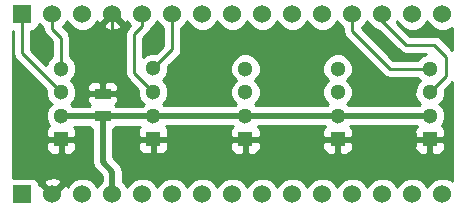
<source format=gbl>
G04 (created by PCBNEW (2013-may-18)-stable) date Mon 21 Sep 2015 01:58:13 PM CST*
%MOIN*%
G04 Gerber Fmt 3.4, Leading zero omitted, Abs format*
%FSLAX34Y34*%
G01*
G70*
G90*
G04 APERTURE LIST*
%ADD10C,0.00590551*%
%ADD11R,0.0511811X0.0511811*%
%ADD12C,0.0511811*%
%ADD13R,0.06X0.06*%
%ADD14C,0.06*%
%ADD15R,0.055X0.035*%
%ADD16C,0.018*%
%ADD17C,0.01*%
%ADD18C,0.02*%
G04 APERTURE END LIST*
G54D10*
G54D11*
X56417Y-43543D03*
G54D12*
X56417Y-42755D03*
X56417Y-41968D03*
X56417Y-41181D03*
G54D11*
X53346Y-43551D03*
G54D12*
X53346Y-42763D03*
X53346Y-41976D03*
X53346Y-41188D03*
G54D11*
X65629Y-43551D03*
G54D12*
X65629Y-42763D03*
X65629Y-41976D03*
X65629Y-41188D03*
G54D13*
X52055Y-39370D03*
G54D14*
X53055Y-39370D03*
X54055Y-39370D03*
X55055Y-39370D03*
X56055Y-39370D03*
X57055Y-39370D03*
X58055Y-39370D03*
X59055Y-39370D03*
X60055Y-39370D03*
X61055Y-39370D03*
X62055Y-39370D03*
X63055Y-39370D03*
X64055Y-39370D03*
X65055Y-39370D03*
X66055Y-39370D03*
G54D13*
X52055Y-45370D03*
G54D14*
X53055Y-45370D03*
X54055Y-45370D03*
X55055Y-45370D03*
X56055Y-45370D03*
X57055Y-45370D03*
X58055Y-45370D03*
X59055Y-45370D03*
X60055Y-45370D03*
X61055Y-45370D03*
X62055Y-45370D03*
X63055Y-45370D03*
X64055Y-45370D03*
X65055Y-45370D03*
X66055Y-45370D03*
G54D11*
X62559Y-43551D03*
G54D12*
X62559Y-42763D03*
X62559Y-41976D03*
X62559Y-41188D03*
G54D11*
X59488Y-43551D03*
G54D12*
X59488Y-42763D03*
X59488Y-41976D03*
X59488Y-41188D03*
G54D15*
X54724Y-42776D03*
X54724Y-42026D03*
G54D16*
X66023Y-40118D03*
X63858Y-40118D03*
X60708Y-40157D03*
X57559Y-41653D03*
X56535Y-40314D03*
X52559Y-40433D03*
G54D17*
X64055Y-39370D02*
X64055Y-39606D01*
X66181Y-41425D02*
X65629Y-41976D01*
X66181Y-40787D02*
X66181Y-41425D01*
X65787Y-40393D02*
X66181Y-40787D01*
X64842Y-40393D02*
X65787Y-40393D01*
X64055Y-39606D02*
X64842Y-40393D01*
X63055Y-39370D02*
X63055Y-39944D01*
X64299Y-41188D02*
X65629Y-41188D01*
X63055Y-39944D02*
X64299Y-41188D01*
X53055Y-39370D02*
X53055Y-39866D01*
X53346Y-40157D02*
X53346Y-41188D01*
X53055Y-39866D02*
X53346Y-40157D01*
X57055Y-39370D02*
X57055Y-40543D01*
X57055Y-40543D02*
X56417Y-41181D01*
X56055Y-39370D02*
X56055Y-39771D01*
X55787Y-41338D02*
X56417Y-41968D01*
X55787Y-40039D02*
X55787Y-41338D01*
X56055Y-39771D02*
X55787Y-40039D01*
X52055Y-39370D02*
X52055Y-40685D01*
X52055Y-40685D02*
X53346Y-41976D01*
X58582Y-40157D02*
X60708Y-40157D01*
X57559Y-41653D02*
X58582Y-40157D01*
X55055Y-39370D02*
X55055Y-40377D01*
X54724Y-40708D02*
X54724Y-42026D01*
X55055Y-40377D02*
X54724Y-40708D01*
X59488Y-43551D02*
X56425Y-43551D01*
X56425Y-43551D02*
X56417Y-43543D01*
X62559Y-43551D02*
X65629Y-43551D01*
X59488Y-43551D02*
X62559Y-43551D01*
G54D18*
X62559Y-42763D02*
X65629Y-42763D01*
X59488Y-42763D02*
X62559Y-42763D01*
X56417Y-42755D02*
X59480Y-42755D01*
X59480Y-42755D02*
X59488Y-42763D01*
X54724Y-42776D02*
X56396Y-42776D01*
X56396Y-42776D02*
X56417Y-42755D01*
X54724Y-42776D02*
X53359Y-42776D01*
X53359Y-42776D02*
X53346Y-42763D01*
X55055Y-45370D02*
X55055Y-44622D01*
X54724Y-44291D02*
X54724Y-42776D01*
X55055Y-44622D02*
X54724Y-44291D01*
G54D10*
G36*
X53046Y-40773D02*
X52917Y-40902D01*
X52852Y-41058D01*
X52355Y-40560D01*
X52355Y-39920D01*
X52404Y-39920D01*
X52496Y-39882D01*
X52566Y-39811D01*
X52605Y-39720D01*
X52605Y-39697D01*
X52743Y-39836D01*
X52755Y-39841D01*
X52755Y-39866D01*
X52777Y-39980D01*
X52842Y-40078D01*
X53046Y-40281D01*
X53046Y-40773D01*
X53046Y-40773D01*
G37*
G54D17*
X53046Y-40773D02*
X52917Y-40902D01*
X52852Y-41058D01*
X52355Y-40560D01*
X52355Y-39920D01*
X52404Y-39920D01*
X52496Y-39882D01*
X52566Y-39811D01*
X52605Y-39720D01*
X52605Y-39697D01*
X52743Y-39836D01*
X52755Y-39841D01*
X52755Y-39866D01*
X52777Y-39980D01*
X52842Y-40078D01*
X53046Y-40281D01*
X53046Y-40773D01*
G54D10*
G36*
X54705Y-44942D02*
X54589Y-45058D01*
X54555Y-45139D01*
X54521Y-45058D01*
X54367Y-44904D01*
X54164Y-44820D01*
X53946Y-44819D01*
X53852Y-44858D01*
X53852Y-43856D01*
X53852Y-43663D01*
X53789Y-43601D01*
X53396Y-43601D01*
X53396Y-43994D01*
X53458Y-44057D01*
X53552Y-44057D01*
X53652Y-44057D01*
X53744Y-44018D01*
X53814Y-43948D01*
X53852Y-43856D01*
X53852Y-44858D01*
X53743Y-44903D01*
X53589Y-45058D01*
X53557Y-45133D01*
X53536Y-45082D01*
X53441Y-45054D01*
X53370Y-45125D01*
X53370Y-44984D01*
X53342Y-44888D01*
X53296Y-44872D01*
X53296Y-43994D01*
X53296Y-43601D01*
X52903Y-43601D01*
X52840Y-43663D01*
X52840Y-43856D01*
X52878Y-43948D01*
X52948Y-44018D01*
X53040Y-44057D01*
X53140Y-44057D01*
X53233Y-44057D01*
X53296Y-43994D01*
X53296Y-44872D01*
X53136Y-44815D01*
X52918Y-44826D01*
X52767Y-44888D01*
X52739Y-44984D01*
X53055Y-45299D01*
X53370Y-44984D01*
X53370Y-45125D01*
X53125Y-45370D01*
X53131Y-45375D01*
X53060Y-45446D01*
X53055Y-45440D01*
X53049Y-45446D01*
X52978Y-45375D01*
X52984Y-45370D01*
X52669Y-45054D01*
X52605Y-45073D01*
X52605Y-45020D01*
X52567Y-44928D01*
X52496Y-44858D01*
X52405Y-44820D01*
X52305Y-44820D01*
X51726Y-44820D01*
X51726Y-39920D01*
X51755Y-39920D01*
X51755Y-40685D01*
X51777Y-40799D01*
X51842Y-40897D01*
X52840Y-41894D01*
X52840Y-42076D01*
X52917Y-42262D01*
X53024Y-42370D01*
X52917Y-42476D01*
X52840Y-42662D01*
X52840Y-42863D01*
X52917Y-43049D01*
X52950Y-43082D01*
X52948Y-43083D01*
X52878Y-43153D01*
X52840Y-43245D01*
X52840Y-43438D01*
X52903Y-43501D01*
X53296Y-43501D01*
X53296Y-43493D01*
X53396Y-43493D01*
X53396Y-43501D01*
X53789Y-43501D01*
X53852Y-43438D01*
X53852Y-43245D01*
X53814Y-43153D01*
X53787Y-43126D01*
X54270Y-43126D01*
X54307Y-43163D01*
X54374Y-43191D01*
X54374Y-44291D01*
X54401Y-44425D01*
X54476Y-44538D01*
X54705Y-44767D01*
X54705Y-44942D01*
X54705Y-44942D01*
G37*
G54D17*
X54705Y-44942D02*
X54589Y-45058D01*
X54555Y-45139D01*
X54521Y-45058D01*
X54367Y-44904D01*
X54164Y-44820D01*
X53946Y-44819D01*
X53852Y-44858D01*
X53852Y-43856D01*
X53852Y-43663D01*
X53789Y-43601D01*
X53396Y-43601D01*
X53396Y-43994D01*
X53458Y-44057D01*
X53552Y-44057D01*
X53652Y-44057D01*
X53744Y-44018D01*
X53814Y-43948D01*
X53852Y-43856D01*
X53852Y-44858D01*
X53743Y-44903D01*
X53589Y-45058D01*
X53557Y-45133D01*
X53536Y-45082D01*
X53441Y-45054D01*
X53370Y-45125D01*
X53370Y-44984D01*
X53342Y-44888D01*
X53296Y-44872D01*
X53296Y-43994D01*
X53296Y-43601D01*
X52903Y-43601D01*
X52840Y-43663D01*
X52840Y-43856D01*
X52878Y-43948D01*
X52948Y-44018D01*
X53040Y-44057D01*
X53140Y-44057D01*
X53233Y-44057D01*
X53296Y-43994D01*
X53296Y-44872D01*
X53136Y-44815D01*
X52918Y-44826D01*
X52767Y-44888D01*
X52739Y-44984D01*
X53055Y-45299D01*
X53370Y-44984D01*
X53370Y-45125D01*
X53125Y-45370D01*
X53131Y-45375D01*
X53060Y-45446D01*
X53055Y-45440D01*
X53049Y-45446D01*
X52978Y-45375D01*
X52984Y-45370D01*
X52669Y-45054D01*
X52605Y-45073D01*
X52605Y-45020D01*
X52567Y-44928D01*
X52496Y-44858D01*
X52405Y-44820D01*
X52305Y-44820D01*
X51726Y-44820D01*
X51726Y-39920D01*
X51755Y-39920D01*
X51755Y-40685D01*
X51777Y-40799D01*
X51842Y-40897D01*
X52840Y-41894D01*
X52840Y-42076D01*
X52917Y-42262D01*
X53024Y-42370D01*
X52917Y-42476D01*
X52840Y-42662D01*
X52840Y-42863D01*
X52917Y-43049D01*
X52950Y-43082D01*
X52948Y-43083D01*
X52878Y-43153D01*
X52840Y-43245D01*
X52840Y-43438D01*
X52903Y-43501D01*
X53296Y-43501D01*
X53296Y-43493D01*
X53396Y-43493D01*
X53396Y-43501D01*
X53789Y-43501D01*
X53852Y-43438D01*
X53852Y-43245D01*
X53814Y-43153D01*
X53787Y-43126D01*
X54270Y-43126D01*
X54307Y-43163D01*
X54374Y-43191D01*
X54374Y-44291D01*
X54401Y-44425D01*
X54476Y-44538D01*
X54705Y-44767D01*
X54705Y-44942D01*
G54D10*
G36*
X56095Y-42362D02*
X56031Y-42426D01*
X55370Y-42426D01*
X55370Y-39755D01*
X55055Y-39440D01*
X54739Y-39755D01*
X54767Y-39851D01*
X54973Y-39924D01*
X55191Y-39913D01*
X55342Y-39851D01*
X55370Y-39755D01*
X55370Y-42426D01*
X55177Y-42426D01*
X55153Y-42401D01*
X55211Y-42343D01*
X55249Y-42251D01*
X55249Y-41802D01*
X55211Y-41710D01*
X55141Y-41639D01*
X55049Y-41601D01*
X54949Y-41601D01*
X54836Y-41601D01*
X54774Y-41664D01*
X54774Y-41976D01*
X55186Y-41976D01*
X55249Y-41914D01*
X55249Y-41802D01*
X55249Y-42251D01*
X55249Y-42139D01*
X55186Y-42076D01*
X54774Y-42076D01*
X54774Y-42084D01*
X54674Y-42084D01*
X54674Y-42076D01*
X54674Y-41976D01*
X54674Y-41664D01*
X54611Y-41601D01*
X54498Y-41601D01*
X54399Y-41601D01*
X54307Y-41639D01*
X54237Y-41710D01*
X54199Y-41802D01*
X54199Y-41914D01*
X54261Y-41976D01*
X54674Y-41976D01*
X54674Y-42076D01*
X54261Y-42076D01*
X54199Y-42139D01*
X54199Y-42251D01*
X54237Y-42343D01*
X54295Y-42401D01*
X54270Y-42426D01*
X53724Y-42426D01*
X53668Y-42370D01*
X53775Y-42263D01*
X53852Y-42077D01*
X53852Y-41876D01*
X53775Y-41690D01*
X53668Y-41582D01*
X53775Y-41475D01*
X53852Y-41290D01*
X53852Y-41088D01*
X53775Y-40902D01*
X53646Y-40773D01*
X53646Y-40157D01*
X53623Y-40042D01*
X53623Y-40042D01*
X53558Y-39945D01*
X53408Y-39794D01*
X53521Y-39682D01*
X53555Y-39600D01*
X53588Y-39681D01*
X53743Y-39836D01*
X53945Y-39919D01*
X54164Y-39920D01*
X54366Y-39836D01*
X54521Y-39682D01*
X54552Y-39606D01*
X54573Y-39657D01*
X54669Y-39685D01*
X54984Y-39370D01*
X54978Y-39364D01*
X55049Y-39293D01*
X55055Y-39299D01*
X55060Y-39293D01*
X55131Y-39364D01*
X55125Y-39370D01*
X55441Y-39685D01*
X55536Y-39657D01*
X55556Y-39602D01*
X55588Y-39681D01*
X55654Y-39747D01*
X55575Y-39827D01*
X55510Y-39924D01*
X55487Y-40039D01*
X55487Y-41338D01*
X55510Y-41453D01*
X55575Y-41550D01*
X55911Y-41886D01*
X55911Y-42068D01*
X55988Y-42254D01*
X56095Y-42362D01*
X56095Y-42362D01*
G37*
G54D17*
X56095Y-42362D02*
X56031Y-42426D01*
X55370Y-42426D01*
X55370Y-39755D01*
X55055Y-39440D01*
X54739Y-39755D01*
X54767Y-39851D01*
X54973Y-39924D01*
X55191Y-39913D01*
X55342Y-39851D01*
X55370Y-39755D01*
X55370Y-42426D01*
X55177Y-42426D01*
X55153Y-42401D01*
X55211Y-42343D01*
X55249Y-42251D01*
X55249Y-41802D01*
X55211Y-41710D01*
X55141Y-41639D01*
X55049Y-41601D01*
X54949Y-41601D01*
X54836Y-41601D01*
X54774Y-41664D01*
X54774Y-41976D01*
X55186Y-41976D01*
X55249Y-41914D01*
X55249Y-41802D01*
X55249Y-42251D01*
X55249Y-42139D01*
X55186Y-42076D01*
X54774Y-42076D01*
X54774Y-42084D01*
X54674Y-42084D01*
X54674Y-42076D01*
X54674Y-41976D01*
X54674Y-41664D01*
X54611Y-41601D01*
X54498Y-41601D01*
X54399Y-41601D01*
X54307Y-41639D01*
X54237Y-41710D01*
X54199Y-41802D01*
X54199Y-41914D01*
X54261Y-41976D01*
X54674Y-41976D01*
X54674Y-42076D01*
X54261Y-42076D01*
X54199Y-42139D01*
X54199Y-42251D01*
X54237Y-42343D01*
X54295Y-42401D01*
X54270Y-42426D01*
X53724Y-42426D01*
X53668Y-42370D01*
X53775Y-42263D01*
X53852Y-42077D01*
X53852Y-41876D01*
X53775Y-41690D01*
X53668Y-41582D01*
X53775Y-41475D01*
X53852Y-41290D01*
X53852Y-41088D01*
X53775Y-40902D01*
X53646Y-40773D01*
X53646Y-40157D01*
X53623Y-40042D01*
X53623Y-40042D01*
X53558Y-39945D01*
X53408Y-39794D01*
X53521Y-39682D01*
X53555Y-39600D01*
X53588Y-39681D01*
X53743Y-39836D01*
X53945Y-39919D01*
X54164Y-39920D01*
X54366Y-39836D01*
X54521Y-39682D01*
X54552Y-39606D01*
X54573Y-39657D01*
X54669Y-39685D01*
X54984Y-39370D01*
X54978Y-39364D01*
X55049Y-39293D01*
X55055Y-39299D01*
X55060Y-39293D01*
X55131Y-39364D01*
X55125Y-39370D01*
X55441Y-39685D01*
X55536Y-39657D01*
X55556Y-39602D01*
X55588Y-39681D01*
X55654Y-39747D01*
X55575Y-39827D01*
X55510Y-39924D01*
X55487Y-40039D01*
X55487Y-41338D01*
X55510Y-41453D01*
X55575Y-41550D01*
X55911Y-41886D01*
X55911Y-42068D01*
X55988Y-42254D01*
X56095Y-42362D01*
G54D10*
G36*
X56755Y-40419D02*
X56498Y-40675D01*
X56317Y-40675D01*
X56131Y-40751D01*
X56087Y-40795D01*
X56087Y-40163D01*
X56267Y-39983D01*
X56267Y-39983D01*
X56332Y-39886D01*
X56340Y-39847D01*
X56366Y-39836D01*
X56521Y-39682D01*
X56555Y-39600D01*
X56588Y-39681D01*
X56743Y-39836D01*
X56755Y-39841D01*
X56755Y-40419D01*
X56755Y-40419D01*
G37*
G54D17*
X56755Y-40419D02*
X56498Y-40675D01*
X56317Y-40675D01*
X56131Y-40751D01*
X56087Y-40795D01*
X56087Y-40163D01*
X56267Y-39983D01*
X56267Y-39983D01*
X56332Y-39886D01*
X56340Y-39847D01*
X56366Y-39836D01*
X56521Y-39682D01*
X56555Y-39600D01*
X56588Y-39681D01*
X56743Y-39836D01*
X56755Y-39841D01*
X56755Y-40419D01*
G54D10*
G36*
X65308Y-42370D02*
X65264Y-42413D01*
X62924Y-42413D01*
X62880Y-42370D01*
X62987Y-42263D01*
X63064Y-42077D01*
X63065Y-41876D01*
X62988Y-41690D01*
X62880Y-41582D01*
X62987Y-41475D01*
X63064Y-41290D01*
X63065Y-41088D01*
X62988Y-40902D01*
X62846Y-40760D01*
X62660Y-40683D01*
X62458Y-40682D01*
X62272Y-40759D01*
X62130Y-40902D01*
X62053Y-41087D01*
X62053Y-41289D01*
X62129Y-41475D01*
X62237Y-41582D01*
X62130Y-41689D01*
X62053Y-41875D01*
X62053Y-42076D01*
X62129Y-42262D01*
X62237Y-42370D01*
X62193Y-42413D01*
X59853Y-42413D01*
X59809Y-42370D01*
X59916Y-42263D01*
X59994Y-42077D01*
X59994Y-41876D01*
X59917Y-41690D01*
X59809Y-41582D01*
X59916Y-41475D01*
X59994Y-41290D01*
X59994Y-41088D01*
X59917Y-40902D01*
X59775Y-40760D01*
X59589Y-40683D01*
X59387Y-40682D01*
X59201Y-40759D01*
X59059Y-40902D01*
X58982Y-41087D01*
X58982Y-41289D01*
X59059Y-41475D01*
X59166Y-41582D01*
X59059Y-41689D01*
X58982Y-41875D01*
X58982Y-42076D01*
X59059Y-42262D01*
X59166Y-42370D01*
X59130Y-42405D01*
X56782Y-42405D01*
X56739Y-42362D01*
X56845Y-42255D01*
X56923Y-42069D01*
X56923Y-41868D01*
X56846Y-41682D01*
X56739Y-41574D01*
X56845Y-41468D01*
X56923Y-41282D01*
X56923Y-41099D01*
X57267Y-40755D01*
X57267Y-40755D01*
X57332Y-40658D01*
X57355Y-40543D01*
X57355Y-40543D01*
X57355Y-39841D01*
X57366Y-39836D01*
X57521Y-39682D01*
X57555Y-39600D01*
X57588Y-39681D01*
X57743Y-39836D01*
X57945Y-39919D01*
X58164Y-39920D01*
X58366Y-39836D01*
X58521Y-39682D01*
X58555Y-39600D01*
X58588Y-39681D01*
X58743Y-39836D01*
X58945Y-39919D01*
X59164Y-39920D01*
X59366Y-39836D01*
X59521Y-39682D01*
X59555Y-39600D01*
X59588Y-39681D01*
X59743Y-39836D01*
X59945Y-39919D01*
X60164Y-39920D01*
X60366Y-39836D01*
X60521Y-39682D01*
X60555Y-39600D01*
X60588Y-39681D01*
X60743Y-39836D01*
X60945Y-39919D01*
X61164Y-39920D01*
X61366Y-39836D01*
X61521Y-39682D01*
X61555Y-39600D01*
X61588Y-39681D01*
X61743Y-39836D01*
X61945Y-39919D01*
X62164Y-39920D01*
X62366Y-39836D01*
X62521Y-39682D01*
X62555Y-39600D01*
X62588Y-39681D01*
X62743Y-39836D01*
X62755Y-39841D01*
X62755Y-39944D01*
X62777Y-40059D01*
X62842Y-40157D01*
X64087Y-41401D01*
X64087Y-41401D01*
X64184Y-41466D01*
X64299Y-41488D01*
X64299Y-41488D01*
X65214Y-41488D01*
X65308Y-41582D01*
X65201Y-41689D01*
X65124Y-41875D01*
X65123Y-42076D01*
X65200Y-42262D01*
X65308Y-42370D01*
X65308Y-42370D01*
G37*
G54D17*
X65308Y-42370D02*
X65264Y-42413D01*
X62924Y-42413D01*
X62880Y-42370D01*
X62987Y-42263D01*
X63064Y-42077D01*
X63065Y-41876D01*
X62988Y-41690D01*
X62880Y-41582D01*
X62987Y-41475D01*
X63064Y-41290D01*
X63065Y-41088D01*
X62988Y-40902D01*
X62846Y-40760D01*
X62660Y-40683D01*
X62458Y-40682D01*
X62272Y-40759D01*
X62130Y-40902D01*
X62053Y-41087D01*
X62053Y-41289D01*
X62129Y-41475D01*
X62237Y-41582D01*
X62130Y-41689D01*
X62053Y-41875D01*
X62053Y-42076D01*
X62129Y-42262D01*
X62237Y-42370D01*
X62193Y-42413D01*
X59853Y-42413D01*
X59809Y-42370D01*
X59916Y-42263D01*
X59994Y-42077D01*
X59994Y-41876D01*
X59917Y-41690D01*
X59809Y-41582D01*
X59916Y-41475D01*
X59994Y-41290D01*
X59994Y-41088D01*
X59917Y-40902D01*
X59775Y-40760D01*
X59589Y-40683D01*
X59387Y-40682D01*
X59201Y-40759D01*
X59059Y-40902D01*
X58982Y-41087D01*
X58982Y-41289D01*
X59059Y-41475D01*
X59166Y-41582D01*
X59059Y-41689D01*
X58982Y-41875D01*
X58982Y-42076D01*
X59059Y-42262D01*
X59166Y-42370D01*
X59130Y-42405D01*
X56782Y-42405D01*
X56739Y-42362D01*
X56845Y-42255D01*
X56923Y-42069D01*
X56923Y-41868D01*
X56846Y-41682D01*
X56739Y-41574D01*
X56845Y-41468D01*
X56923Y-41282D01*
X56923Y-41099D01*
X57267Y-40755D01*
X57267Y-40755D01*
X57332Y-40658D01*
X57355Y-40543D01*
X57355Y-40543D01*
X57355Y-39841D01*
X57366Y-39836D01*
X57521Y-39682D01*
X57555Y-39600D01*
X57588Y-39681D01*
X57743Y-39836D01*
X57945Y-39919D01*
X58164Y-39920D01*
X58366Y-39836D01*
X58521Y-39682D01*
X58555Y-39600D01*
X58588Y-39681D01*
X58743Y-39836D01*
X58945Y-39919D01*
X59164Y-39920D01*
X59366Y-39836D01*
X59521Y-39682D01*
X59555Y-39600D01*
X59588Y-39681D01*
X59743Y-39836D01*
X59945Y-39919D01*
X60164Y-39920D01*
X60366Y-39836D01*
X60521Y-39682D01*
X60555Y-39600D01*
X60588Y-39681D01*
X60743Y-39836D01*
X60945Y-39919D01*
X61164Y-39920D01*
X61366Y-39836D01*
X61521Y-39682D01*
X61555Y-39600D01*
X61588Y-39681D01*
X61743Y-39836D01*
X61945Y-39919D01*
X62164Y-39920D01*
X62366Y-39836D01*
X62521Y-39682D01*
X62555Y-39600D01*
X62588Y-39681D01*
X62743Y-39836D01*
X62755Y-39841D01*
X62755Y-39944D01*
X62777Y-40059D01*
X62842Y-40157D01*
X64087Y-41401D01*
X64087Y-41401D01*
X64184Y-41466D01*
X64299Y-41488D01*
X64299Y-41488D01*
X65214Y-41488D01*
X65308Y-41582D01*
X65201Y-41689D01*
X65124Y-41875D01*
X65123Y-42076D01*
X65200Y-42262D01*
X65308Y-42370D01*
G54D10*
G36*
X65503Y-40693D02*
X65343Y-40759D01*
X65214Y-40888D01*
X64423Y-40888D01*
X63368Y-39834D01*
X63521Y-39682D01*
X63555Y-39600D01*
X63588Y-39681D01*
X63743Y-39836D01*
X63944Y-39919D01*
X64630Y-40605D01*
X64727Y-40670D01*
X64842Y-40693D01*
X65503Y-40693D01*
X65503Y-40693D01*
G37*
G54D17*
X65503Y-40693D02*
X65343Y-40759D01*
X65214Y-40888D01*
X64423Y-40888D01*
X63368Y-39834D01*
X63521Y-39682D01*
X63555Y-39600D01*
X63588Y-39681D01*
X63743Y-39836D01*
X63944Y-39919D01*
X64630Y-40605D01*
X64727Y-40670D01*
X64842Y-40693D01*
X65503Y-40693D01*
G54D10*
G36*
X66383Y-40565D02*
X65999Y-40181D01*
X65902Y-40116D01*
X65787Y-40093D01*
X64966Y-40093D01*
X64531Y-39658D01*
X64555Y-39600D01*
X64588Y-39681D01*
X64743Y-39836D01*
X64945Y-39919D01*
X65164Y-39920D01*
X65366Y-39836D01*
X65521Y-39682D01*
X65555Y-39600D01*
X65588Y-39681D01*
X65743Y-39836D01*
X65945Y-39919D01*
X66164Y-39920D01*
X66366Y-39836D01*
X66383Y-39819D01*
X66383Y-40565D01*
X66383Y-40565D01*
G37*
G54D17*
X66383Y-40565D02*
X65999Y-40181D01*
X65902Y-40116D01*
X65787Y-40093D01*
X64966Y-40093D01*
X64531Y-39658D01*
X64555Y-39600D01*
X64588Y-39681D01*
X64743Y-39836D01*
X64945Y-39919D01*
X65164Y-39920D01*
X65366Y-39836D01*
X65521Y-39682D01*
X65555Y-39600D01*
X65588Y-39681D01*
X65743Y-39836D01*
X65945Y-39919D01*
X66164Y-39920D01*
X66366Y-39836D01*
X66383Y-39819D01*
X66383Y-40565D01*
G54D10*
G36*
X66383Y-44920D02*
X66367Y-44904D01*
X66164Y-44820D01*
X66135Y-44820D01*
X66135Y-43856D01*
X66135Y-43663D01*
X66073Y-43601D01*
X65679Y-43601D01*
X65679Y-43994D01*
X65742Y-44057D01*
X65836Y-44057D01*
X65935Y-44057D01*
X66027Y-44018D01*
X66097Y-43948D01*
X66135Y-43856D01*
X66135Y-44820D01*
X65946Y-44819D01*
X65743Y-44903D01*
X65589Y-45058D01*
X65579Y-45080D01*
X65579Y-43994D01*
X65579Y-43601D01*
X65186Y-43601D01*
X65124Y-43663D01*
X65123Y-43856D01*
X65161Y-43948D01*
X65232Y-44018D01*
X65324Y-44057D01*
X65423Y-44057D01*
X65517Y-44057D01*
X65579Y-43994D01*
X65579Y-45080D01*
X65555Y-45139D01*
X65521Y-45058D01*
X65367Y-44904D01*
X65164Y-44820D01*
X64946Y-44819D01*
X64743Y-44903D01*
X64589Y-45058D01*
X64555Y-45139D01*
X64521Y-45058D01*
X64367Y-44904D01*
X64164Y-44820D01*
X63946Y-44819D01*
X63743Y-44903D01*
X63589Y-45058D01*
X63555Y-45139D01*
X63521Y-45058D01*
X63367Y-44904D01*
X63164Y-44820D01*
X63065Y-44820D01*
X63065Y-43856D01*
X63064Y-43663D01*
X63002Y-43601D01*
X62609Y-43601D01*
X62609Y-43994D01*
X62671Y-44057D01*
X62765Y-44057D01*
X62864Y-44057D01*
X62956Y-44018D01*
X63027Y-43948D01*
X63065Y-43856D01*
X63065Y-44820D01*
X62946Y-44819D01*
X62743Y-44903D01*
X62589Y-45058D01*
X62555Y-45139D01*
X62521Y-45058D01*
X62509Y-45046D01*
X62509Y-43994D01*
X62509Y-43601D01*
X62115Y-43601D01*
X62053Y-43663D01*
X62053Y-43856D01*
X62091Y-43948D01*
X62161Y-44018D01*
X62253Y-44057D01*
X62352Y-44057D01*
X62446Y-44057D01*
X62509Y-43994D01*
X62509Y-45046D01*
X62367Y-44904D01*
X62164Y-44820D01*
X61946Y-44819D01*
X61743Y-44903D01*
X61589Y-45058D01*
X61555Y-45139D01*
X61521Y-45058D01*
X61367Y-44904D01*
X61164Y-44820D01*
X60946Y-44819D01*
X60743Y-44903D01*
X60589Y-45058D01*
X60555Y-45139D01*
X60521Y-45058D01*
X60367Y-44904D01*
X60164Y-44820D01*
X59994Y-44820D01*
X59994Y-43856D01*
X59994Y-43663D01*
X59931Y-43601D01*
X59538Y-43601D01*
X59538Y-43994D01*
X59600Y-44057D01*
X59694Y-44057D01*
X59794Y-44057D01*
X59885Y-44018D01*
X59956Y-43948D01*
X59994Y-43856D01*
X59994Y-44820D01*
X59946Y-44819D01*
X59743Y-44903D01*
X59589Y-45058D01*
X59555Y-45139D01*
X59521Y-45058D01*
X59438Y-44975D01*
X59438Y-43994D01*
X59438Y-43601D01*
X59044Y-43601D01*
X58982Y-43663D01*
X58982Y-43856D01*
X59020Y-43948D01*
X59090Y-44018D01*
X59182Y-44057D01*
X59281Y-44057D01*
X59375Y-44057D01*
X59438Y-43994D01*
X59438Y-44975D01*
X59367Y-44904D01*
X59164Y-44820D01*
X58946Y-44819D01*
X58743Y-44903D01*
X58589Y-45058D01*
X58555Y-45139D01*
X58521Y-45058D01*
X58367Y-44904D01*
X58164Y-44820D01*
X57946Y-44819D01*
X57743Y-44903D01*
X57589Y-45058D01*
X57555Y-45139D01*
X57521Y-45058D01*
X57367Y-44904D01*
X57164Y-44820D01*
X56946Y-44819D01*
X56923Y-44829D01*
X56923Y-43848D01*
X56923Y-43655D01*
X56860Y-43593D01*
X56467Y-43593D01*
X56467Y-43986D01*
X56529Y-44049D01*
X56623Y-44049D01*
X56723Y-44049D01*
X56815Y-44011D01*
X56885Y-43940D01*
X56923Y-43848D01*
X56923Y-44829D01*
X56743Y-44903D01*
X56589Y-45058D01*
X56555Y-45139D01*
X56521Y-45058D01*
X56367Y-44904D01*
X56367Y-43986D01*
X56367Y-43593D01*
X55973Y-43593D01*
X55911Y-43655D01*
X55911Y-43848D01*
X55949Y-43940D01*
X56019Y-44011D01*
X56111Y-44049D01*
X56210Y-44049D01*
X56304Y-44049D01*
X56367Y-43986D01*
X56367Y-44904D01*
X56367Y-44904D01*
X56164Y-44820D01*
X55946Y-44819D01*
X55743Y-44903D01*
X55589Y-45058D01*
X55555Y-45139D01*
X55521Y-45058D01*
X55405Y-44942D01*
X55405Y-44622D01*
X55378Y-44488D01*
X55302Y-44374D01*
X55074Y-44146D01*
X55074Y-43191D01*
X55140Y-43163D01*
X55177Y-43126D01*
X55968Y-43126D01*
X55949Y-43145D01*
X55911Y-43237D01*
X55911Y-43430D01*
X55973Y-43493D01*
X56367Y-43493D01*
X56367Y-43485D01*
X56467Y-43485D01*
X56467Y-43493D01*
X56860Y-43493D01*
X56923Y-43430D01*
X56923Y-43237D01*
X56885Y-43145D01*
X56845Y-43105D01*
X59068Y-43105D01*
X59020Y-43153D01*
X58982Y-43245D01*
X58982Y-43438D01*
X59044Y-43501D01*
X59438Y-43501D01*
X59438Y-43493D01*
X59538Y-43493D01*
X59538Y-43501D01*
X59931Y-43501D01*
X59994Y-43438D01*
X59994Y-43245D01*
X59956Y-43153D01*
X59916Y-43113D01*
X62131Y-43113D01*
X62091Y-43153D01*
X62053Y-43245D01*
X62053Y-43438D01*
X62115Y-43501D01*
X62509Y-43501D01*
X62509Y-43493D01*
X62609Y-43493D01*
X62609Y-43501D01*
X63002Y-43501D01*
X63064Y-43438D01*
X63065Y-43245D01*
X63027Y-43153D01*
X62987Y-43113D01*
X65201Y-43113D01*
X65161Y-43153D01*
X65123Y-43245D01*
X65124Y-43438D01*
X65186Y-43501D01*
X65579Y-43501D01*
X65579Y-43493D01*
X65679Y-43493D01*
X65679Y-43501D01*
X66073Y-43501D01*
X66135Y-43438D01*
X66135Y-43245D01*
X66097Y-43153D01*
X66027Y-43083D01*
X66026Y-43082D01*
X66058Y-43050D01*
X66135Y-42864D01*
X66135Y-42663D01*
X66059Y-42477D01*
X65951Y-42370D01*
X66058Y-42263D01*
X66135Y-42077D01*
X66135Y-41894D01*
X66383Y-41646D01*
X66383Y-44920D01*
X66383Y-44920D01*
G37*
G54D17*
X66383Y-44920D02*
X66367Y-44904D01*
X66164Y-44820D01*
X66135Y-44820D01*
X66135Y-43856D01*
X66135Y-43663D01*
X66073Y-43601D01*
X65679Y-43601D01*
X65679Y-43994D01*
X65742Y-44057D01*
X65836Y-44057D01*
X65935Y-44057D01*
X66027Y-44018D01*
X66097Y-43948D01*
X66135Y-43856D01*
X66135Y-44820D01*
X65946Y-44819D01*
X65743Y-44903D01*
X65589Y-45058D01*
X65579Y-45080D01*
X65579Y-43994D01*
X65579Y-43601D01*
X65186Y-43601D01*
X65124Y-43663D01*
X65123Y-43856D01*
X65161Y-43948D01*
X65232Y-44018D01*
X65324Y-44057D01*
X65423Y-44057D01*
X65517Y-44057D01*
X65579Y-43994D01*
X65579Y-45080D01*
X65555Y-45139D01*
X65521Y-45058D01*
X65367Y-44904D01*
X65164Y-44820D01*
X64946Y-44819D01*
X64743Y-44903D01*
X64589Y-45058D01*
X64555Y-45139D01*
X64521Y-45058D01*
X64367Y-44904D01*
X64164Y-44820D01*
X63946Y-44819D01*
X63743Y-44903D01*
X63589Y-45058D01*
X63555Y-45139D01*
X63521Y-45058D01*
X63367Y-44904D01*
X63164Y-44820D01*
X63065Y-44820D01*
X63065Y-43856D01*
X63064Y-43663D01*
X63002Y-43601D01*
X62609Y-43601D01*
X62609Y-43994D01*
X62671Y-44057D01*
X62765Y-44057D01*
X62864Y-44057D01*
X62956Y-44018D01*
X63027Y-43948D01*
X63065Y-43856D01*
X63065Y-44820D01*
X62946Y-44819D01*
X62743Y-44903D01*
X62589Y-45058D01*
X62555Y-45139D01*
X62521Y-45058D01*
X62509Y-45046D01*
X62509Y-43994D01*
X62509Y-43601D01*
X62115Y-43601D01*
X62053Y-43663D01*
X62053Y-43856D01*
X62091Y-43948D01*
X62161Y-44018D01*
X62253Y-44057D01*
X62352Y-44057D01*
X62446Y-44057D01*
X62509Y-43994D01*
X62509Y-45046D01*
X62367Y-44904D01*
X62164Y-44820D01*
X61946Y-44819D01*
X61743Y-44903D01*
X61589Y-45058D01*
X61555Y-45139D01*
X61521Y-45058D01*
X61367Y-44904D01*
X61164Y-44820D01*
X60946Y-44819D01*
X60743Y-44903D01*
X60589Y-45058D01*
X60555Y-45139D01*
X60521Y-45058D01*
X60367Y-44904D01*
X60164Y-44820D01*
X59994Y-44820D01*
X59994Y-43856D01*
X59994Y-43663D01*
X59931Y-43601D01*
X59538Y-43601D01*
X59538Y-43994D01*
X59600Y-44057D01*
X59694Y-44057D01*
X59794Y-44057D01*
X59885Y-44018D01*
X59956Y-43948D01*
X59994Y-43856D01*
X59994Y-44820D01*
X59946Y-44819D01*
X59743Y-44903D01*
X59589Y-45058D01*
X59555Y-45139D01*
X59521Y-45058D01*
X59438Y-44975D01*
X59438Y-43994D01*
X59438Y-43601D01*
X59044Y-43601D01*
X58982Y-43663D01*
X58982Y-43856D01*
X59020Y-43948D01*
X59090Y-44018D01*
X59182Y-44057D01*
X59281Y-44057D01*
X59375Y-44057D01*
X59438Y-43994D01*
X59438Y-44975D01*
X59367Y-44904D01*
X59164Y-44820D01*
X58946Y-44819D01*
X58743Y-44903D01*
X58589Y-45058D01*
X58555Y-45139D01*
X58521Y-45058D01*
X58367Y-44904D01*
X58164Y-44820D01*
X57946Y-44819D01*
X57743Y-44903D01*
X57589Y-45058D01*
X57555Y-45139D01*
X57521Y-45058D01*
X57367Y-44904D01*
X57164Y-44820D01*
X56946Y-44819D01*
X56923Y-44829D01*
X56923Y-43848D01*
X56923Y-43655D01*
X56860Y-43593D01*
X56467Y-43593D01*
X56467Y-43986D01*
X56529Y-44049D01*
X56623Y-44049D01*
X56723Y-44049D01*
X56815Y-44011D01*
X56885Y-43940D01*
X56923Y-43848D01*
X56923Y-44829D01*
X56743Y-44903D01*
X56589Y-45058D01*
X56555Y-45139D01*
X56521Y-45058D01*
X56367Y-44904D01*
X56367Y-43986D01*
X56367Y-43593D01*
X55973Y-43593D01*
X55911Y-43655D01*
X55911Y-43848D01*
X55949Y-43940D01*
X56019Y-44011D01*
X56111Y-44049D01*
X56210Y-44049D01*
X56304Y-44049D01*
X56367Y-43986D01*
X56367Y-44904D01*
X56367Y-44904D01*
X56164Y-44820D01*
X55946Y-44819D01*
X55743Y-44903D01*
X55589Y-45058D01*
X55555Y-45139D01*
X55521Y-45058D01*
X55405Y-44942D01*
X55405Y-44622D01*
X55378Y-44488D01*
X55302Y-44374D01*
X55074Y-44146D01*
X55074Y-43191D01*
X55140Y-43163D01*
X55177Y-43126D01*
X55968Y-43126D01*
X55949Y-43145D01*
X55911Y-43237D01*
X55911Y-43430D01*
X55973Y-43493D01*
X56367Y-43493D01*
X56367Y-43485D01*
X56467Y-43485D01*
X56467Y-43493D01*
X56860Y-43493D01*
X56923Y-43430D01*
X56923Y-43237D01*
X56885Y-43145D01*
X56845Y-43105D01*
X59068Y-43105D01*
X59020Y-43153D01*
X58982Y-43245D01*
X58982Y-43438D01*
X59044Y-43501D01*
X59438Y-43501D01*
X59438Y-43493D01*
X59538Y-43493D01*
X59538Y-43501D01*
X59931Y-43501D01*
X59994Y-43438D01*
X59994Y-43245D01*
X59956Y-43153D01*
X59916Y-43113D01*
X62131Y-43113D01*
X62091Y-43153D01*
X62053Y-43245D01*
X62053Y-43438D01*
X62115Y-43501D01*
X62509Y-43501D01*
X62509Y-43493D01*
X62609Y-43493D01*
X62609Y-43501D01*
X63002Y-43501D01*
X63064Y-43438D01*
X63065Y-43245D01*
X63027Y-43153D01*
X62987Y-43113D01*
X65201Y-43113D01*
X65161Y-43153D01*
X65123Y-43245D01*
X65124Y-43438D01*
X65186Y-43501D01*
X65579Y-43501D01*
X65579Y-43493D01*
X65679Y-43493D01*
X65679Y-43501D01*
X66073Y-43501D01*
X66135Y-43438D01*
X66135Y-43245D01*
X66097Y-43153D01*
X66027Y-43083D01*
X66026Y-43082D01*
X66058Y-43050D01*
X66135Y-42864D01*
X66135Y-42663D01*
X66059Y-42477D01*
X65951Y-42370D01*
X66058Y-42263D01*
X66135Y-42077D01*
X66135Y-41894D01*
X66383Y-41646D01*
X66383Y-44920D01*
M02*

</source>
